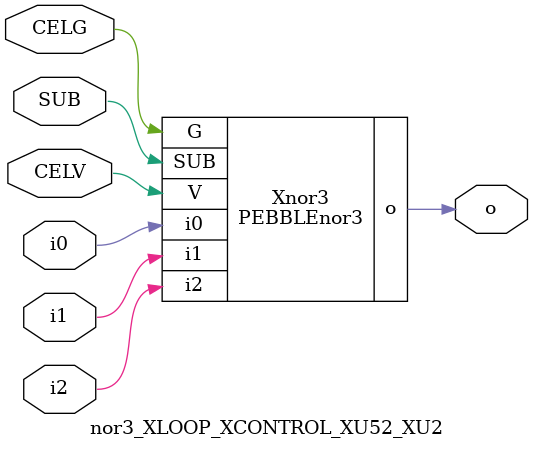
<source format=v>



module PEBBLEnor3 ( o, G, SUB, V, i0, i1, i2 );

  input i0;
  input V;
  input i2;
  input i1;
  input G;
  output o;
  input SUB;
endmodule

//Celera Confidential Do Not Copy nor3_XLOOP_XCONTROL_XU52_XU2
//Celera Confidential Symbol Generator
//NOR3
module nor3_XLOOP_XCONTROL_XU52_XU2 (CELV,CELG,i0,i1,i2,o,SUB);
input CELV;
input CELG;
input i0;
input i1;
input i2;
input SUB;
output o;

//Celera Confidential Do Not Copy nor3
PEBBLEnor3 Xnor3(
.V (CELV),
.i0 (i0),
.i1 (i1),
.i2 (i2),
.o (o),
.SUB (SUB),
.G (CELG)
);
//,diesize,PEBBLEnor3

//Celera Confidential Do Not Copy Module End
//Celera Schematic Generator
endmodule

</source>
